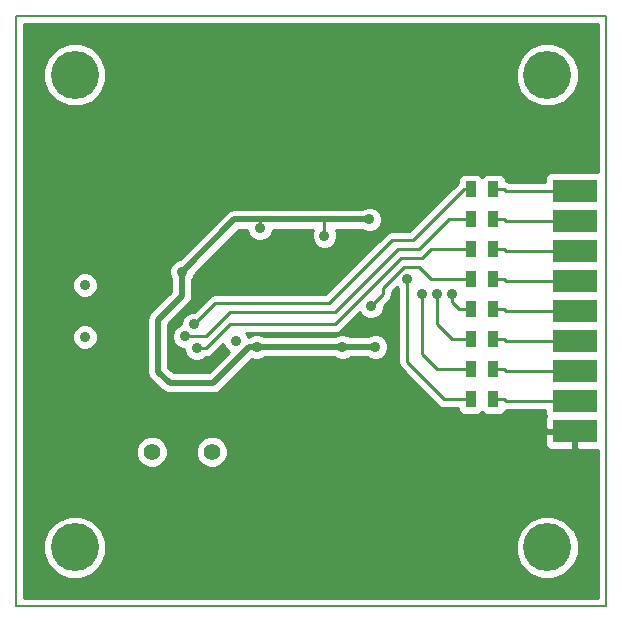
<source format=gbl>
G04 (created by PCBNEW (2013-mar-13)-testing) date Thu 04 Apr 2013 06:24:57 PM CEST*
%MOIN*%
G04 Gerber Fmt 3.4, Leading zero omitted, Abs format*
%FSLAX34Y34*%
G01*
G70*
G90*
G04 APERTURE LIST*
%ADD10C,0.006*%
%ADD11C,0.00590551*%
%ADD12C,0.0354*%
%ADD13R,0.035X0.055*%
%ADD14C,0.056*%
%ADD15C,0.16*%
%ADD16R,0.149606X0.0755905*%
%ADD17C,0.035*%
%ADD18C,0.01*%
%ADD19C,0.02*%
G04 APERTURE END LIST*
G54D10*
G54D11*
X64960Y-49212D02*
X64960Y-68897D01*
X84645Y-49212D02*
X64960Y-49212D01*
X84645Y-68897D02*
X84645Y-49212D01*
X64960Y-68897D02*
X84645Y-68897D01*
G54D12*
X67264Y-58189D03*
X67264Y-59921D03*
G54D13*
X80125Y-62000D03*
X80875Y-62000D03*
X80125Y-61000D03*
X80875Y-61000D03*
X80125Y-60000D03*
X80875Y-60000D03*
X80125Y-59000D03*
X80875Y-59000D03*
X80125Y-58000D03*
X80875Y-58000D03*
X80125Y-57000D03*
X80875Y-57000D03*
X80125Y-56000D03*
X80875Y-56000D03*
X80125Y-55000D03*
X80875Y-55000D03*
G54D14*
X69500Y-63750D03*
X71500Y-63750D03*
G54D15*
X66929Y-51181D03*
X82677Y-51181D03*
X82677Y-66929D03*
X66929Y-66929D03*
G54D16*
X83600Y-63055D03*
X83600Y-62055D03*
X83600Y-61055D03*
X83600Y-60055D03*
X83600Y-59055D03*
X83600Y-58055D03*
X83600Y-57055D03*
X83600Y-56055D03*
X83600Y-55055D03*
G54D17*
X72300Y-60050D03*
X83600Y-63900D03*
X82400Y-63000D03*
X70300Y-54100D03*
X74750Y-61750D03*
X76000Y-59750D03*
X73500Y-66200D03*
X70900Y-64800D03*
X70100Y-64800D03*
X72200Y-61700D03*
X72900Y-61700D03*
X76400Y-55500D03*
X75150Y-55400D03*
X69400Y-53300D03*
X67200Y-56400D03*
X67200Y-55600D03*
X67100Y-54100D03*
X67800Y-53500D03*
X68500Y-53500D03*
X70400Y-60800D03*
X69100Y-60800D03*
X69100Y-59700D03*
X79600Y-64200D03*
X76300Y-66600D03*
X74800Y-63700D03*
X77250Y-55500D03*
X76500Y-56500D03*
X79000Y-58500D03*
X78500Y-58500D03*
X70900Y-59500D03*
X78000Y-58000D03*
X70600Y-59900D03*
X71000Y-60300D03*
X76800Y-58900D03*
X79500Y-58500D03*
X75250Y-56550D03*
X76950Y-60250D03*
X73100Y-56300D03*
X76750Y-56000D03*
X73000Y-60250D03*
X75850Y-60250D03*
X70500Y-57750D03*
G54D18*
X72300Y-60050D02*
X72300Y-59950D01*
X83600Y-63055D02*
X83600Y-63900D01*
X70300Y-54100D02*
X70300Y-54200D01*
X76000Y-59750D02*
X76000Y-59850D01*
X73500Y-66200D02*
X73500Y-66500D01*
X70700Y-64800D02*
X70900Y-64800D01*
X70100Y-64800D02*
X70700Y-64800D01*
X72200Y-61700D02*
X72100Y-61700D01*
X72900Y-61700D02*
X72800Y-61700D01*
X67200Y-56400D02*
X67100Y-56400D01*
X67200Y-55600D02*
X67100Y-55600D01*
X67100Y-54100D02*
X67000Y-54100D01*
X67800Y-53500D02*
X67800Y-53400D01*
X68500Y-53500D02*
X68500Y-53400D01*
X70400Y-60800D02*
X70400Y-60600D01*
X69100Y-59700D02*
X69100Y-60800D01*
X79600Y-64200D02*
X79500Y-64200D01*
X74900Y-63600D02*
X74900Y-63500D01*
X74800Y-63700D02*
X74900Y-63600D01*
X79500Y-60000D02*
X80125Y-60000D01*
X79000Y-59500D02*
X79500Y-60000D01*
X79000Y-58500D02*
X79000Y-59500D01*
X79000Y-61000D02*
X80125Y-61000D01*
X78500Y-60500D02*
X79000Y-61000D01*
X78500Y-58500D02*
X78500Y-60500D01*
X83600Y-62055D02*
X81305Y-62055D01*
X81250Y-62000D02*
X80875Y-62000D01*
X81305Y-62055D02*
X81250Y-62000D01*
X83600Y-56055D02*
X81305Y-56055D01*
X81250Y-56000D02*
X80875Y-56000D01*
X81305Y-56055D02*
X81250Y-56000D01*
X83600Y-57055D02*
X81305Y-57055D01*
X81250Y-57000D02*
X80875Y-57000D01*
X81305Y-57055D02*
X81250Y-57000D01*
X83600Y-58055D02*
X81305Y-58055D01*
X81250Y-58000D02*
X80875Y-58000D01*
X81305Y-58055D02*
X81250Y-58000D01*
X83600Y-59055D02*
X81305Y-59055D01*
X81250Y-59000D02*
X80875Y-59000D01*
X81305Y-59055D02*
X81250Y-59000D01*
X83600Y-60055D02*
X81305Y-60055D01*
X81250Y-60000D02*
X80875Y-60000D01*
X81305Y-60055D02*
X81250Y-60000D01*
X83600Y-61055D02*
X81305Y-61055D01*
X81250Y-61000D02*
X80875Y-61000D01*
X81305Y-61055D02*
X81250Y-61000D01*
X83600Y-55055D02*
X81305Y-55055D01*
X81250Y-55000D02*
X80875Y-55000D01*
X81305Y-55055D02*
X81250Y-55000D01*
X71600Y-58800D02*
X70900Y-59500D01*
X75400Y-58800D02*
X71600Y-58800D01*
X77500Y-56700D02*
X75400Y-58800D01*
X78200Y-56700D02*
X77500Y-56700D01*
X79900Y-55000D02*
X78200Y-56700D01*
X79900Y-55000D02*
X80125Y-55000D01*
X79250Y-62000D02*
X80125Y-62000D01*
X78000Y-60750D02*
X79250Y-62000D01*
X78000Y-58000D02*
X78000Y-60750D01*
X72500Y-59100D02*
X72100Y-59100D01*
X79400Y-56000D02*
X78400Y-57000D01*
X78400Y-57000D02*
X77700Y-57000D01*
X77700Y-57000D02*
X75600Y-59100D01*
X75600Y-59100D02*
X72500Y-59100D01*
X80125Y-56000D02*
X79400Y-56000D01*
X71300Y-59900D02*
X70600Y-59900D01*
X72100Y-59100D02*
X71300Y-59900D01*
X72400Y-59500D02*
X72100Y-59500D01*
X78800Y-57000D02*
X78500Y-57300D01*
X78500Y-57300D02*
X77800Y-57300D01*
X77800Y-57300D02*
X75600Y-59500D01*
X75600Y-59500D02*
X72400Y-59500D01*
X80125Y-57000D02*
X78800Y-57000D01*
X71300Y-60300D02*
X71000Y-60300D01*
X72100Y-59500D02*
X71300Y-60300D01*
X77200Y-58500D02*
X77200Y-58300D01*
X76800Y-58900D02*
X77200Y-58500D01*
X80125Y-58000D02*
X78800Y-58000D01*
X77900Y-57600D02*
X77200Y-58300D01*
X78400Y-57600D02*
X77900Y-57600D01*
X78800Y-58000D02*
X78400Y-57600D01*
X79750Y-59000D02*
X80125Y-59000D01*
X79500Y-58750D02*
X79750Y-59000D01*
X79500Y-58500D02*
X79500Y-58750D01*
X75250Y-56550D02*
X75250Y-56000D01*
G54D19*
X76950Y-60250D02*
X75850Y-60250D01*
X70500Y-57750D02*
X70500Y-58550D01*
X72750Y-60250D02*
X73000Y-60250D01*
X71550Y-61450D02*
X72750Y-60250D01*
X70100Y-61450D02*
X71550Y-61450D01*
X69700Y-61100D02*
X70100Y-61450D01*
X69700Y-59350D02*
X69700Y-61100D01*
X70500Y-58550D02*
X69700Y-59350D01*
G54D18*
X73100Y-56300D02*
X73100Y-56000D01*
G54D19*
X76750Y-56000D02*
X75250Y-56000D01*
X72250Y-56000D02*
X70500Y-57750D01*
X75250Y-56000D02*
X73100Y-56000D01*
X73100Y-56000D02*
X72250Y-56000D01*
X73000Y-60250D02*
X75850Y-60250D01*
G54D10*
G36*
X84366Y-68618D02*
X83727Y-68618D01*
X83727Y-66721D01*
X83567Y-66335D01*
X83550Y-66317D01*
X83550Y-63620D01*
X83550Y-63105D01*
X82664Y-63105D01*
X82601Y-63167D01*
X82601Y-63383D01*
X82602Y-63483D01*
X82640Y-63574D01*
X82710Y-63645D01*
X82802Y-63683D01*
X83487Y-63683D01*
X83550Y-63620D01*
X83550Y-66317D01*
X83272Y-66039D01*
X82886Y-65879D01*
X82469Y-65878D01*
X82083Y-66038D01*
X81787Y-66333D01*
X81627Y-66719D01*
X81626Y-67137D01*
X81786Y-67523D01*
X82081Y-67818D01*
X82467Y-67978D01*
X82885Y-67979D01*
X83271Y-67819D01*
X83566Y-67524D01*
X83726Y-67138D01*
X83727Y-66721D01*
X83727Y-68618D01*
X72030Y-68618D01*
X72030Y-63645D01*
X71949Y-63450D01*
X71800Y-63300D01*
X71605Y-63220D01*
X71395Y-63219D01*
X71200Y-63300D01*
X71050Y-63449D01*
X70970Y-63644D01*
X70969Y-63854D01*
X71050Y-64049D01*
X71199Y-64199D01*
X71394Y-64279D01*
X71604Y-64280D01*
X71799Y-64199D01*
X71949Y-64050D01*
X72029Y-63855D01*
X72030Y-63645D01*
X72030Y-68618D01*
X70030Y-68618D01*
X70030Y-63645D01*
X69949Y-63450D01*
X69800Y-63300D01*
X69605Y-63220D01*
X69395Y-63219D01*
X69200Y-63300D01*
X69050Y-63449D01*
X68970Y-63644D01*
X68969Y-63854D01*
X69050Y-64049D01*
X69199Y-64199D01*
X69394Y-64279D01*
X69604Y-64280D01*
X69799Y-64199D01*
X69949Y-64050D01*
X70029Y-63855D01*
X70030Y-63645D01*
X70030Y-68618D01*
X67979Y-68618D01*
X67979Y-66721D01*
X67979Y-50973D01*
X67819Y-50587D01*
X67524Y-50291D01*
X67138Y-50131D01*
X66721Y-50130D01*
X66335Y-50290D01*
X66039Y-50585D01*
X65879Y-50971D01*
X65878Y-51389D01*
X66038Y-51775D01*
X66333Y-52070D01*
X66719Y-52230D01*
X67137Y-52231D01*
X67523Y-52071D01*
X67818Y-51776D01*
X67978Y-51390D01*
X67979Y-50973D01*
X67979Y-66721D01*
X67819Y-66335D01*
X67691Y-66206D01*
X67691Y-59836D01*
X67691Y-58104D01*
X67626Y-57947D01*
X67506Y-57827D01*
X67349Y-57762D01*
X67179Y-57762D01*
X67022Y-57826D01*
X66902Y-57946D01*
X66837Y-58103D01*
X66837Y-58273D01*
X66901Y-58430D01*
X67021Y-58550D01*
X67178Y-58616D01*
X67348Y-58616D01*
X67505Y-58551D01*
X67625Y-58431D01*
X67691Y-58274D01*
X67691Y-58104D01*
X67691Y-59836D01*
X67626Y-59679D01*
X67506Y-59559D01*
X67349Y-59494D01*
X67179Y-59494D01*
X67022Y-59558D01*
X66902Y-59678D01*
X66837Y-59835D01*
X66837Y-60005D01*
X66901Y-60162D01*
X67021Y-60282D01*
X67178Y-60348D01*
X67348Y-60348D01*
X67505Y-60283D01*
X67625Y-60163D01*
X67691Y-60006D01*
X67691Y-59836D01*
X67691Y-66206D01*
X67524Y-66039D01*
X67138Y-65879D01*
X66721Y-65878D01*
X66335Y-66038D01*
X66039Y-66333D01*
X65879Y-66719D01*
X65878Y-67137D01*
X66038Y-67523D01*
X66333Y-67818D01*
X66719Y-67978D01*
X67137Y-67979D01*
X67523Y-67819D01*
X67818Y-67524D01*
X67978Y-67138D01*
X67979Y-66721D01*
X67979Y-68618D01*
X65240Y-68618D01*
X65240Y-49492D01*
X84366Y-49492D01*
X84366Y-54427D01*
X84298Y-54427D01*
X83727Y-54427D01*
X83727Y-50973D01*
X83567Y-50587D01*
X83272Y-50291D01*
X82886Y-50131D01*
X82469Y-50130D01*
X82083Y-50290D01*
X81787Y-50585D01*
X81627Y-50971D01*
X81626Y-51389D01*
X81786Y-51775D01*
X82081Y-52070D01*
X82467Y-52230D01*
X82885Y-52231D01*
X83271Y-52071D01*
X83566Y-51776D01*
X83726Y-51390D01*
X83727Y-50973D01*
X83727Y-54427D01*
X82802Y-54427D01*
X82710Y-54465D01*
X82640Y-54535D01*
X82602Y-54627D01*
X82601Y-54726D01*
X82601Y-54755D01*
X81413Y-54755D01*
X81364Y-54722D01*
X81300Y-54709D01*
X81300Y-54709D01*
X81300Y-54675D01*
X81262Y-54583D01*
X81191Y-54513D01*
X81099Y-54475D01*
X81000Y-54474D01*
X80650Y-54474D01*
X80558Y-54512D01*
X80499Y-54571D01*
X80441Y-54513D01*
X80349Y-54475D01*
X80250Y-54474D01*
X79900Y-54474D01*
X79808Y-54512D01*
X79738Y-54583D01*
X79700Y-54675D01*
X79699Y-54774D01*
X79699Y-54779D01*
X79687Y-54787D01*
X78075Y-56400D01*
X77500Y-56400D01*
X77385Y-56422D01*
X77287Y-56487D01*
X75275Y-58500D01*
X71600Y-58500D01*
X71485Y-58522D01*
X71387Y-58587D01*
X70900Y-59075D01*
X70815Y-59074D01*
X70659Y-59139D01*
X70539Y-59258D01*
X70475Y-59415D01*
X70475Y-59491D01*
X70359Y-59539D01*
X70239Y-59658D01*
X70175Y-59815D01*
X70174Y-59984D01*
X70239Y-60140D01*
X70358Y-60260D01*
X70515Y-60324D01*
X70574Y-60324D01*
X70574Y-60384D01*
X70639Y-60540D01*
X70758Y-60660D01*
X70915Y-60724D01*
X71084Y-60725D01*
X71240Y-60660D01*
X71301Y-60599D01*
X71414Y-60577D01*
X71414Y-60577D01*
X71512Y-60512D01*
X71879Y-60144D01*
X71939Y-60290D01*
X72058Y-60410D01*
X72084Y-60420D01*
X71405Y-61100D01*
X70231Y-61100D01*
X70050Y-60941D01*
X70050Y-59494D01*
X70747Y-58797D01*
X70747Y-58797D01*
X70747Y-58797D01*
X70823Y-58683D01*
X70849Y-58550D01*
X70850Y-58550D01*
X70850Y-58001D01*
X70860Y-57991D01*
X70924Y-57834D01*
X70924Y-57820D01*
X72394Y-56350D01*
X72674Y-56350D01*
X72674Y-56384D01*
X72739Y-56540D01*
X72858Y-56660D01*
X73015Y-56724D01*
X73184Y-56725D01*
X73340Y-56660D01*
X73460Y-56541D01*
X73524Y-56384D01*
X73524Y-56350D01*
X74872Y-56350D01*
X74825Y-56465D01*
X74824Y-56634D01*
X74889Y-56790D01*
X75008Y-56910D01*
X75165Y-56974D01*
X75334Y-56975D01*
X75490Y-56910D01*
X75610Y-56791D01*
X75674Y-56634D01*
X75675Y-56465D01*
X75627Y-56350D01*
X76498Y-56350D01*
X76508Y-56360D01*
X76665Y-56424D01*
X76834Y-56425D01*
X76990Y-56360D01*
X77110Y-56241D01*
X77174Y-56084D01*
X77175Y-55915D01*
X77110Y-55759D01*
X76991Y-55639D01*
X76834Y-55575D01*
X76665Y-55574D01*
X76509Y-55639D01*
X76499Y-55650D01*
X75250Y-55650D01*
X73100Y-55650D01*
X72250Y-55650D01*
X72116Y-55676D01*
X72002Y-55752D01*
X70430Y-57324D01*
X70415Y-57324D01*
X70259Y-57389D01*
X70139Y-57508D01*
X70075Y-57665D01*
X70074Y-57834D01*
X70139Y-57990D01*
X70150Y-58000D01*
X70150Y-58405D01*
X69452Y-59102D01*
X69376Y-59216D01*
X69350Y-59350D01*
X69350Y-61100D01*
X69352Y-61111D01*
X69350Y-61123D01*
X69365Y-61178D01*
X69376Y-61233D01*
X69383Y-61243D01*
X69386Y-61255D01*
X69420Y-61300D01*
X69452Y-61347D01*
X69462Y-61354D01*
X69469Y-61363D01*
X69869Y-61713D01*
X69920Y-61742D01*
X69966Y-61773D01*
X69977Y-61775D01*
X69987Y-61781D01*
X70045Y-61789D01*
X70100Y-61800D01*
X71550Y-61800D01*
X71683Y-61773D01*
X71683Y-61773D01*
X71797Y-61697D01*
X72847Y-60647D01*
X72915Y-60674D01*
X73084Y-60675D01*
X73240Y-60610D01*
X73250Y-60600D01*
X75598Y-60600D01*
X75608Y-60610D01*
X75765Y-60674D01*
X75934Y-60675D01*
X76090Y-60610D01*
X76100Y-60600D01*
X76698Y-60600D01*
X76708Y-60610D01*
X76865Y-60674D01*
X77034Y-60675D01*
X77190Y-60610D01*
X77310Y-60491D01*
X77374Y-60334D01*
X77375Y-60165D01*
X77310Y-60009D01*
X77191Y-59889D01*
X77034Y-59825D01*
X76865Y-59824D01*
X76709Y-59889D01*
X76699Y-59900D01*
X76101Y-59900D01*
X76091Y-59889D01*
X75934Y-59825D01*
X75765Y-59824D01*
X75609Y-59889D01*
X75599Y-59900D01*
X73251Y-59900D01*
X73241Y-59889D01*
X73084Y-59825D01*
X72915Y-59824D01*
X72759Y-59889D01*
X72748Y-59900D01*
X72701Y-59909D01*
X72660Y-59809D01*
X72650Y-59800D01*
X75600Y-59800D01*
X75600Y-59799D01*
X75714Y-59777D01*
X75714Y-59777D01*
X75812Y-59712D01*
X76423Y-59101D01*
X76439Y-59140D01*
X76558Y-59260D01*
X76715Y-59324D01*
X76884Y-59325D01*
X77040Y-59260D01*
X77160Y-59141D01*
X77224Y-58984D01*
X77225Y-58899D01*
X77412Y-58712D01*
X77412Y-58712D01*
X77477Y-58614D01*
X77499Y-58500D01*
X77500Y-58500D01*
X77500Y-58424D01*
X77661Y-58262D01*
X77700Y-58301D01*
X77700Y-60750D01*
X77722Y-60864D01*
X77787Y-60962D01*
X79037Y-62212D01*
X79135Y-62277D01*
X79250Y-62300D01*
X79699Y-62300D01*
X79699Y-62324D01*
X79737Y-62416D01*
X79808Y-62486D01*
X79900Y-62524D01*
X79999Y-62525D01*
X80349Y-62525D01*
X80441Y-62487D01*
X80500Y-62428D01*
X80558Y-62486D01*
X80650Y-62524D01*
X80749Y-62525D01*
X81099Y-62525D01*
X81191Y-62487D01*
X81261Y-62416D01*
X81288Y-62351D01*
X81305Y-62355D01*
X81305Y-62355D01*
X82601Y-62355D01*
X82601Y-62482D01*
X82631Y-62555D01*
X82602Y-62627D01*
X82601Y-62726D01*
X82601Y-62942D01*
X82664Y-63005D01*
X83550Y-63005D01*
X83550Y-62997D01*
X83650Y-62997D01*
X83650Y-63005D01*
X83657Y-63005D01*
X83657Y-63105D01*
X83650Y-63105D01*
X83650Y-63620D01*
X83712Y-63683D01*
X84366Y-63683D01*
X84366Y-68618D01*
X84366Y-68618D01*
G37*
G54D18*
X84366Y-68618D02*
X83727Y-68618D01*
X83727Y-66721D01*
X83567Y-66335D01*
X83550Y-66317D01*
X83550Y-63620D01*
X83550Y-63105D01*
X82664Y-63105D01*
X82601Y-63167D01*
X82601Y-63383D01*
X82602Y-63483D01*
X82640Y-63574D01*
X82710Y-63645D01*
X82802Y-63683D01*
X83487Y-63683D01*
X83550Y-63620D01*
X83550Y-66317D01*
X83272Y-66039D01*
X82886Y-65879D01*
X82469Y-65878D01*
X82083Y-66038D01*
X81787Y-66333D01*
X81627Y-66719D01*
X81626Y-67137D01*
X81786Y-67523D01*
X82081Y-67818D01*
X82467Y-67978D01*
X82885Y-67979D01*
X83271Y-67819D01*
X83566Y-67524D01*
X83726Y-67138D01*
X83727Y-66721D01*
X83727Y-68618D01*
X72030Y-68618D01*
X72030Y-63645D01*
X71949Y-63450D01*
X71800Y-63300D01*
X71605Y-63220D01*
X71395Y-63219D01*
X71200Y-63300D01*
X71050Y-63449D01*
X70970Y-63644D01*
X70969Y-63854D01*
X71050Y-64049D01*
X71199Y-64199D01*
X71394Y-64279D01*
X71604Y-64280D01*
X71799Y-64199D01*
X71949Y-64050D01*
X72029Y-63855D01*
X72030Y-63645D01*
X72030Y-68618D01*
X70030Y-68618D01*
X70030Y-63645D01*
X69949Y-63450D01*
X69800Y-63300D01*
X69605Y-63220D01*
X69395Y-63219D01*
X69200Y-63300D01*
X69050Y-63449D01*
X68970Y-63644D01*
X68969Y-63854D01*
X69050Y-64049D01*
X69199Y-64199D01*
X69394Y-64279D01*
X69604Y-64280D01*
X69799Y-64199D01*
X69949Y-64050D01*
X70029Y-63855D01*
X70030Y-63645D01*
X70030Y-68618D01*
X67979Y-68618D01*
X67979Y-66721D01*
X67979Y-50973D01*
X67819Y-50587D01*
X67524Y-50291D01*
X67138Y-50131D01*
X66721Y-50130D01*
X66335Y-50290D01*
X66039Y-50585D01*
X65879Y-50971D01*
X65878Y-51389D01*
X66038Y-51775D01*
X66333Y-52070D01*
X66719Y-52230D01*
X67137Y-52231D01*
X67523Y-52071D01*
X67818Y-51776D01*
X67978Y-51390D01*
X67979Y-50973D01*
X67979Y-66721D01*
X67819Y-66335D01*
X67691Y-66206D01*
X67691Y-59836D01*
X67691Y-58104D01*
X67626Y-57947D01*
X67506Y-57827D01*
X67349Y-57762D01*
X67179Y-57762D01*
X67022Y-57826D01*
X66902Y-57946D01*
X66837Y-58103D01*
X66837Y-58273D01*
X66901Y-58430D01*
X67021Y-58550D01*
X67178Y-58616D01*
X67348Y-58616D01*
X67505Y-58551D01*
X67625Y-58431D01*
X67691Y-58274D01*
X67691Y-58104D01*
X67691Y-59836D01*
X67626Y-59679D01*
X67506Y-59559D01*
X67349Y-59494D01*
X67179Y-59494D01*
X67022Y-59558D01*
X66902Y-59678D01*
X66837Y-59835D01*
X66837Y-60005D01*
X66901Y-60162D01*
X67021Y-60282D01*
X67178Y-60348D01*
X67348Y-60348D01*
X67505Y-60283D01*
X67625Y-60163D01*
X67691Y-60006D01*
X67691Y-59836D01*
X67691Y-66206D01*
X67524Y-66039D01*
X67138Y-65879D01*
X66721Y-65878D01*
X66335Y-66038D01*
X66039Y-66333D01*
X65879Y-66719D01*
X65878Y-67137D01*
X66038Y-67523D01*
X66333Y-67818D01*
X66719Y-67978D01*
X67137Y-67979D01*
X67523Y-67819D01*
X67818Y-67524D01*
X67978Y-67138D01*
X67979Y-66721D01*
X67979Y-68618D01*
X65240Y-68618D01*
X65240Y-49492D01*
X84366Y-49492D01*
X84366Y-54427D01*
X84298Y-54427D01*
X83727Y-54427D01*
X83727Y-50973D01*
X83567Y-50587D01*
X83272Y-50291D01*
X82886Y-50131D01*
X82469Y-50130D01*
X82083Y-50290D01*
X81787Y-50585D01*
X81627Y-50971D01*
X81626Y-51389D01*
X81786Y-51775D01*
X82081Y-52070D01*
X82467Y-52230D01*
X82885Y-52231D01*
X83271Y-52071D01*
X83566Y-51776D01*
X83726Y-51390D01*
X83727Y-50973D01*
X83727Y-54427D01*
X82802Y-54427D01*
X82710Y-54465D01*
X82640Y-54535D01*
X82602Y-54627D01*
X82601Y-54726D01*
X82601Y-54755D01*
X81413Y-54755D01*
X81364Y-54722D01*
X81300Y-54709D01*
X81300Y-54709D01*
X81300Y-54675D01*
X81262Y-54583D01*
X81191Y-54513D01*
X81099Y-54475D01*
X81000Y-54474D01*
X80650Y-54474D01*
X80558Y-54512D01*
X80499Y-54571D01*
X80441Y-54513D01*
X80349Y-54475D01*
X80250Y-54474D01*
X79900Y-54474D01*
X79808Y-54512D01*
X79738Y-54583D01*
X79700Y-54675D01*
X79699Y-54774D01*
X79699Y-54779D01*
X79687Y-54787D01*
X78075Y-56400D01*
X77500Y-56400D01*
X77385Y-56422D01*
X77287Y-56487D01*
X75275Y-58500D01*
X71600Y-58500D01*
X71485Y-58522D01*
X71387Y-58587D01*
X70900Y-59075D01*
X70815Y-59074D01*
X70659Y-59139D01*
X70539Y-59258D01*
X70475Y-59415D01*
X70475Y-59491D01*
X70359Y-59539D01*
X70239Y-59658D01*
X70175Y-59815D01*
X70174Y-59984D01*
X70239Y-60140D01*
X70358Y-60260D01*
X70515Y-60324D01*
X70574Y-60324D01*
X70574Y-60384D01*
X70639Y-60540D01*
X70758Y-60660D01*
X70915Y-60724D01*
X71084Y-60725D01*
X71240Y-60660D01*
X71301Y-60599D01*
X71414Y-60577D01*
X71414Y-60577D01*
X71512Y-60512D01*
X71879Y-60144D01*
X71939Y-60290D01*
X72058Y-60410D01*
X72084Y-60420D01*
X71405Y-61100D01*
X70231Y-61100D01*
X70050Y-60941D01*
X70050Y-59494D01*
X70747Y-58797D01*
X70747Y-58797D01*
X70747Y-58797D01*
X70823Y-58683D01*
X70849Y-58550D01*
X70850Y-58550D01*
X70850Y-58001D01*
X70860Y-57991D01*
X70924Y-57834D01*
X70924Y-57820D01*
X72394Y-56350D01*
X72674Y-56350D01*
X72674Y-56384D01*
X72739Y-56540D01*
X72858Y-56660D01*
X73015Y-56724D01*
X73184Y-56725D01*
X73340Y-56660D01*
X73460Y-56541D01*
X73524Y-56384D01*
X73524Y-56350D01*
X74872Y-56350D01*
X74825Y-56465D01*
X74824Y-56634D01*
X74889Y-56790D01*
X75008Y-56910D01*
X75165Y-56974D01*
X75334Y-56975D01*
X75490Y-56910D01*
X75610Y-56791D01*
X75674Y-56634D01*
X75675Y-56465D01*
X75627Y-56350D01*
X76498Y-56350D01*
X76508Y-56360D01*
X76665Y-56424D01*
X76834Y-56425D01*
X76990Y-56360D01*
X77110Y-56241D01*
X77174Y-56084D01*
X77175Y-55915D01*
X77110Y-55759D01*
X76991Y-55639D01*
X76834Y-55575D01*
X76665Y-55574D01*
X76509Y-55639D01*
X76499Y-55650D01*
X75250Y-55650D01*
X73100Y-55650D01*
X72250Y-55650D01*
X72116Y-55676D01*
X72002Y-55752D01*
X70430Y-57324D01*
X70415Y-57324D01*
X70259Y-57389D01*
X70139Y-57508D01*
X70075Y-57665D01*
X70074Y-57834D01*
X70139Y-57990D01*
X70150Y-58000D01*
X70150Y-58405D01*
X69452Y-59102D01*
X69376Y-59216D01*
X69350Y-59350D01*
X69350Y-61100D01*
X69352Y-61111D01*
X69350Y-61123D01*
X69365Y-61178D01*
X69376Y-61233D01*
X69383Y-61243D01*
X69386Y-61255D01*
X69420Y-61300D01*
X69452Y-61347D01*
X69462Y-61354D01*
X69469Y-61363D01*
X69869Y-61713D01*
X69920Y-61742D01*
X69966Y-61773D01*
X69977Y-61775D01*
X69987Y-61781D01*
X70045Y-61789D01*
X70100Y-61800D01*
X71550Y-61800D01*
X71683Y-61773D01*
X71683Y-61773D01*
X71797Y-61697D01*
X72847Y-60647D01*
X72915Y-60674D01*
X73084Y-60675D01*
X73240Y-60610D01*
X73250Y-60600D01*
X75598Y-60600D01*
X75608Y-60610D01*
X75765Y-60674D01*
X75934Y-60675D01*
X76090Y-60610D01*
X76100Y-60600D01*
X76698Y-60600D01*
X76708Y-60610D01*
X76865Y-60674D01*
X77034Y-60675D01*
X77190Y-60610D01*
X77310Y-60491D01*
X77374Y-60334D01*
X77375Y-60165D01*
X77310Y-60009D01*
X77191Y-59889D01*
X77034Y-59825D01*
X76865Y-59824D01*
X76709Y-59889D01*
X76699Y-59900D01*
X76101Y-59900D01*
X76091Y-59889D01*
X75934Y-59825D01*
X75765Y-59824D01*
X75609Y-59889D01*
X75599Y-59900D01*
X73251Y-59900D01*
X73241Y-59889D01*
X73084Y-59825D01*
X72915Y-59824D01*
X72759Y-59889D01*
X72748Y-59900D01*
X72701Y-59909D01*
X72660Y-59809D01*
X72650Y-59800D01*
X75600Y-59800D01*
X75600Y-59799D01*
X75714Y-59777D01*
X75714Y-59777D01*
X75812Y-59712D01*
X76423Y-59101D01*
X76439Y-59140D01*
X76558Y-59260D01*
X76715Y-59324D01*
X76884Y-59325D01*
X77040Y-59260D01*
X77160Y-59141D01*
X77224Y-58984D01*
X77225Y-58899D01*
X77412Y-58712D01*
X77412Y-58712D01*
X77477Y-58614D01*
X77499Y-58500D01*
X77500Y-58500D01*
X77500Y-58424D01*
X77661Y-58262D01*
X77700Y-58301D01*
X77700Y-60750D01*
X77722Y-60864D01*
X77787Y-60962D01*
X79037Y-62212D01*
X79135Y-62277D01*
X79250Y-62300D01*
X79699Y-62300D01*
X79699Y-62324D01*
X79737Y-62416D01*
X79808Y-62486D01*
X79900Y-62524D01*
X79999Y-62525D01*
X80349Y-62525D01*
X80441Y-62487D01*
X80500Y-62428D01*
X80558Y-62486D01*
X80650Y-62524D01*
X80749Y-62525D01*
X81099Y-62525D01*
X81191Y-62487D01*
X81261Y-62416D01*
X81288Y-62351D01*
X81305Y-62355D01*
X81305Y-62355D01*
X82601Y-62355D01*
X82601Y-62482D01*
X82631Y-62555D01*
X82602Y-62627D01*
X82601Y-62726D01*
X82601Y-62942D01*
X82664Y-63005D01*
X83550Y-63005D01*
X83550Y-62997D01*
X83650Y-62997D01*
X83650Y-63005D01*
X83657Y-63005D01*
X83657Y-63105D01*
X83650Y-63105D01*
X83650Y-63620D01*
X83712Y-63683D01*
X84366Y-63683D01*
X84366Y-68618D01*
M02*

</source>
